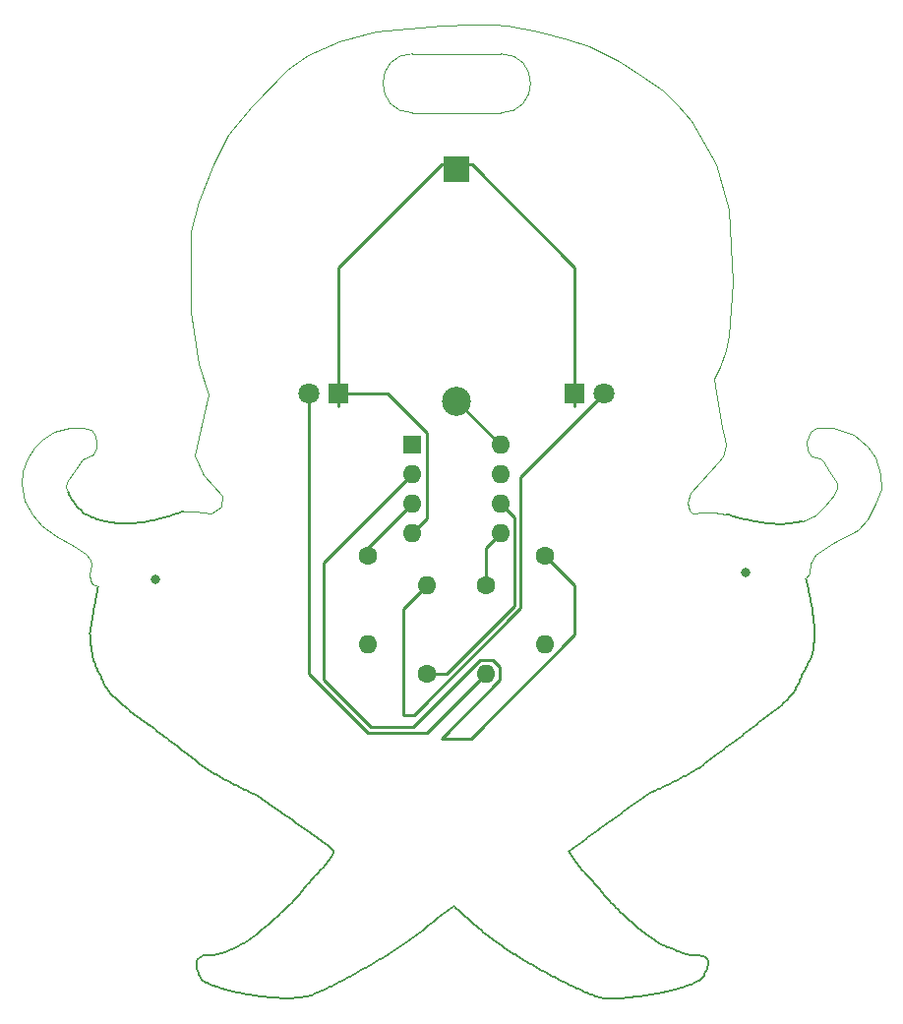
<source format=gbr>
G04 #@! TF.GenerationSoftware,KiCad,Pcbnew,(5.1.0-0)*
G04 #@! TF.CreationDate,2019-04-03T12:05:29-07:00*
G04 #@! TF.ProjectId,ZiaconBadge,5a696163-6f6e-4426-9164-67652e6b6963,rev?*
G04 #@! TF.SameCoordinates,Original*
G04 #@! TF.FileFunction,Copper,L2,Bot*
G04 #@! TF.FilePolarity,Positive*
%FSLAX46Y46*%
G04 Gerber Fmt 4.6, Leading zero omitted, Abs format (unit mm)*
G04 Created by KiCad (PCBNEW (5.1.0-0)) date 2019-04-03 12:05:29*
%MOMM*%
%LPD*%
G04 APERTURE LIST*
%ADD10C,0.050000*%
%ADD11C,0.100000*%
%ADD12C,0.200000*%
%ADD13R,1.600000X1.600000*%
%ADD14O,1.600000X1.600000*%
%ADD15C,1.800000*%
%ADD16R,1.800000X1.800000*%
%ADD17C,1.600000*%
%ADD18R,2.170000X2.170000*%
%ADD19C,2.500000*%
%ADD20C,0.800000*%
%ADD21C,0.254000*%
G04 APERTURE END LIST*
D10*
X107950000Y-27940000D02*
G75*
G02X107950000Y-33020000I0J-2540000D01*
G01*
X100330000Y-33020000D02*
G75*
G02X100330000Y-27940000I0J2540000D01*
G01*
D11*
X107950000Y-33020000D02*
X100330000Y-33020000D01*
X100330000Y-27940000D02*
X107950000Y-27940000D01*
D10*
X134543800Y-72694800D02*
X134189473Y-73081477D01*
X134569200Y-71805800D02*
X134543800Y-72694800D01*
X135051800Y-71043800D02*
X134569200Y-71805800D01*
X136575800Y-70053200D02*
X135051800Y-71043800D01*
X138633200Y-68961000D02*
X136575800Y-70053200D01*
X139471400Y-68021200D02*
X138633200Y-68961000D01*
X140208000Y-66700400D02*
X139471400Y-68021200D01*
X140690600Y-65354200D02*
X140208000Y-66700400D01*
X140639800Y-64135000D02*
X140690600Y-65354200D01*
X140157200Y-62712600D02*
X140639800Y-64135000D01*
X139496800Y-61772800D02*
X140157200Y-62712600D01*
X138277600Y-60756800D02*
X139496800Y-61772800D01*
X136575800Y-60147200D02*
X138277600Y-60756800D01*
X135128000Y-60172600D02*
X136575800Y-60147200D01*
X134569200Y-60452000D02*
X135128000Y-60172600D01*
X134289800Y-61366400D02*
X134569200Y-60452000D01*
X134340600Y-62128400D02*
X134289800Y-61366400D01*
X134696200Y-62560200D02*
X134340600Y-62128400D01*
X135407400Y-62738000D02*
X134696200Y-62560200D01*
X135686800Y-63042800D02*
X135407400Y-62738000D01*
X136220200Y-63906400D02*
X135686800Y-63042800D01*
X136855200Y-64922400D02*
X136220200Y-63906400D01*
X136880600Y-65328800D02*
X136855200Y-64922400D01*
X136652000Y-65862200D02*
X136880600Y-65328800D01*
X135890000Y-66852800D02*
X136652000Y-65862200D01*
X135026400Y-67716400D02*
X135890000Y-66852800D01*
X133872004Y-68179092D02*
X135026400Y-67716400D01*
X126263400Y-67386200D02*
X127304800Y-67564000D01*
X125247400Y-67437000D02*
X126263400Y-67386200D01*
X124434600Y-67513200D02*
X125247400Y-67437000D01*
X124155200Y-67233800D02*
X124434600Y-67513200D01*
X123977400Y-66598800D02*
X124155200Y-67233800D01*
X124231400Y-65735200D02*
X123977400Y-66598800D01*
X125095000Y-64820800D02*
X124231400Y-65735200D01*
X126644400Y-63144400D02*
X125095000Y-64820800D01*
X127050800Y-62611000D02*
X126644400Y-63144400D01*
X127228600Y-61061600D02*
X127279400Y-61671200D01*
X126949200Y-60121800D02*
X127228600Y-61061600D01*
X126314200Y-55905400D02*
X126365000Y-56515000D01*
X126796800Y-54864000D02*
X126314200Y-55905400D01*
X127279400Y-53467000D02*
X126796800Y-54864000D01*
X127584200Y-52146200D02*
X127279400Y-53467000D01*
X70535800Y-65201800D02*
X70612000Y-64795400D01*
X72771000Y-73609200D02*
X73253600Y-73787000D01*
X72593200Y-73304400D02*
X72771000Y-73609200D01*
X72542400Y-72745600D02*
X72593200Y-73304400D01*
X72720200Y-71907400D02*
X72542400Y-72745600D01*
X72618600Y-71475600D02*
X72720200Y-71907400D01*
X72212200Y-71018400D02*
X72618600Y-71475600D01*
X71170800Y-70307200D02*
X72212200Y-71018400D01*
X69621400Y-69469000D02*
X71170800Y-70307200D01*
X68376800Y-68529200D02*
X69621400Y-69469000D01*
X67614800Y-67564000D02*
X68376800Y-68529200D01*
X66954400Y-66395600D02*
X67614800Y-67564000D01*
X66700400Y-64998600D02*
X66954400Y-66395600D01*
X66776600Y-63906400D02*
X66700400Y-64998600D01*
X67183000Y-62763400D02*
X66776600Y-63906400D01*
X67792600Y-61823600D02*
X67183000Y-62763400D01*
X68478400Y-61188600D02*
X67792600Y-61823600D01*
X69469000Y-60502800D02*
X68478400Y-61188600D01*
X70866000Y-60121800D02*
X69469000Y-60502800D01*
X71932800Y-60121800D02*
X70866000Y-60121800D01*
X72720200Y-60350400D02*
X71932800Y-60121800D01*
X73075800Y-60858400D02*
X72720200Y-60350400D01*
X73152000Y-61442600D02*
X73075800Y-60858400D01*
X73152000Y-61823600D02*
X73152000Y-61442600D01*
X72847200Y-62433200D02*
X73152000Y-61823600D01*
X71932800Y-62890400D02*
X72847200Y-62433200D01*
X70612000Y-64795400D02*
X71932800Y-62890400D01*
X70637400Y-65633600D02*
X70535800Y-65201800D01*
X81686400Y-67335400D02*
X80645000Y-67310000D01*
X83032600Y-67538600D02*
X81686400Y-67335400D01*
X83845400Y-66954400D02*
X83032600Y-67538600D01*
X83997800Y-65989200D02*
X83845400Y-66954400D01*
X82321400Y-64236600D02*
X83997800Y-65989200D01*
X89916000Y-29083000D02*
X89585800Y-29362400D01*
X91363800Y-28092400D02*
X89916000Y-29083000D01*
X81559400Y-62534800D02*
X82321400Y-64236600D01*
X81915000Y-60960000D02*
X81559400Y-62534800D01*
X82804000Y-57226200D02*
X81915000Y-60960000D01*
X81915000Y-54610000D02*
X82804000Y-57226200D01*
X81280000Y-50165000D02*
X81915000Y-54610000D01*
X81280000Y-48260000D02*
X81280000Y-50165000D01*
X81280000Y-44450000D02*
X81280000Y-48260000D01*
X81280000Y-43180000D02*
X81280000Y-44450000D01*
X81915000Y-40640000D02*
X81280000Y-43180000D01*
X83185000Y-37465000D02*
X81915000Y-40640000D01*
X84455000Y-34925000D02*
X83185000Y-37465000D01*
X86461600Y-32461200D02*
X84455000Y-34925000D01*
X89585800Y-29362400D02*
X86461600Y-32461200D01*
X94005400Y-26873200D02*
X91363800Y-28092400D01*
X97155000Y-26035000D02*
X94005400Y-26873200D01*
X102844600Y-25552400D02*
X97155000Y-26035000D01*
X103479600Y-25501600D02*
X102844600Y-25552400D01*
X104775000Y-25400000D02*
X103479600Y-25501600D01*
X106045000Y-25400000D02*
X104775000Y-25400000D01*
X107315000Y-25400000D02*
X106045000Y-25400000D01*
X108534200Y-25552400D02*
X107315000Y-25400000D01*
X111125000Y-26035000D02*
X108534200Y-25552400D01*
X113665000Y-26670000D02*
X111125000Y-26035000D01*
X115570000Y-27305000D02*
X113665000Y-26670000D01*
X118110000Y-28575000D02*
X115570000Y-27305000D01*
X120015000Y-29845000D02*
X118110000Y-28575000D01*
X121920000Y-31115000D02*
X120015000Y-29845000D01*
X123190000Y-32385000D02*
X121920000Y-31115000D01*
X124307600Y-33731200D02*
X123190000Y-32385000D01*
X126441200Y-37414200D02*
X124307600Y-33731200D01*
X127533400Y-41325800D02*
X126441200Y-37414200D01*
X127939800Y-47599600D02*
X127533400Y-41325800D01*
X127584200Y-52146200D02*
X127939800Y-47599600D01*
X126949200Y-60121800D02*
X126365000Y-56515000D01*
X127050800Y-62611000D02*
X127279400Y-61671200D01*
D12*
X77698600Y-85725000D02*
X77811321Y-85813537D01*
X77811321Y-85813537D02*
X77927008Y-85904076D01*
X77927008Y-85904076D02*
X78043397Y-85994837D01*
X78043397Y-85994837D02*
X78162667Y-86087519D01*
X78162667Y-86087519D02*
X78282636Y-86180430D01*
X78282636Y-86180430D02*
X78401245Y-86271996D01*
X78401245Y-86271996D02*
X78522788Y-86365548D01*
X78522788Y-86365548D02*
X78639002Y-86454760D01*
X78639002Y-86454760D02*
X78758326Y-86546140D01*
X78758326Y-86546140D02*
X78884856Y-86642833D01*
X78884856Y-86642833D02*
X78998367Y-86729426D01*
X78998367Y-86729426D02*
X79127355Y-86827693D01*
X79127355Y-86827693D02*
X79263737Y-86931488D01*
X79263737Y-86931488D02*
X79407628Y-87040942D01*
X79407628Y-87040942D02*
X79527312Y-87131985D01*
X79527312Y-87131985D02*
X79654934Y-87229120D01*
X79654934Y-87229120D02*
X79782691Y-87326458D01*
X79782691Y-87326458D02*
X79910765Y-87424184D01*
X79910765Y-87424184D02*
X80039333Y-87522484D01*
X80039333Y-87522484D02*
X80164530Y-87618435D01*
X80164530Y-87618435D02*
X80278294Y-87705856D01*
X80278294Y-87705856D02*
X80396941Y-87797290D01*
X80396941Y-87797290D02*
X80516554Y-87889769D01*
X80516554Y-87889769D02*
X80633088Y-87980181D01*
X80633088Y-87980181D02*
X80750768Y-88071820D01*
X80750768Y-88071820D02*
X80869721Y-88164813D01*
X80869721Y-88164813D02*
X80983578Y-88254178D01*
X80983578Y-88254178D02*
X81096600Y-88343248D01*
X81096600Y-88343248D02*
X81208802Y-88432037D01*
X81208802Y-88432037D02*
X81324684Y-88524124D01*
X81324684Y-88524124D02*
X81439881Y-88616067D01*
X81439881Y-88616067D02*
X81552082Y-88706002D01*
X81552082Y-88706002D02*
X81663524Y-88795711D01*
X81663524Y-88795711D02*
X81776556Y-88887086D01*
X81776556Y-88887086D02*
X81891255Y-88980206D01*
X81891255Y-88980206D02*
X82007696Y-89075150D01*
X82007696Y-89075150D02*
X82042000Y-89103200D01*
X74472800Y-83159600D02*
X74585296Y-83254057D01*
X74585296Y-83254057D02*
X74694334Y-83347123D01*
X74694334Y-83347123D02*
X74803659Y-83442189D01*
X74803659Y-83442189D02*
X74911883Y-83538293D01*
X74911883Y-83538293D02*
X75017087Y-83633822D01*
X75017087Y-83633822D02*
X75121994Y-83731140D01*
X75121994Y-83731140D02*
X75227239Y-83830341D01*
X75227239Y-83830341D02*
X75330933Y-83928405D01*
X75330933Y-83928405D02*
X75436323Y-84026647D01*
X75436323Y-84026647D02*
X75544422Y-84124401D01*
X75544422Y-84124401D02*
X75652847Y-84218816D01*
X75652847Y-84218816D02*
X75762435Y-84310779D01*
X75762435Y-84310779D02*
X75873366Y-84400903D01*
X75873366Y-84400903D02*
X75985784Y-84489789D01*
X75985784Y-84489789D02*
X76099916Y-84578033D01*
X76099916Y-84578033D02*
X76218228Y-84667827D01*
X76218228Y-84667827D02*
X76336536Y-84756241D01*
X76336536Y-84756241D02*
X76452652Y-84841928D01*
X76452652Y-84841928D02*
X76568886Y-84926810D01*
X76568886Y-84926810D02*
X76691229Y-85015348D01*
X76691229Y-85015348D02*
X76810367Y-85100898D01*
X76810367Y-85100898D02*
X76931487Y-85187289D01*
X76931487Y-85187289D02*
X77049494Y-85270978D01*
X77049494Y-85270978D02*
X77167680Y-85354372D01*
X77167680Y-85354372D02*
X77288595Y-85439311D01*
X77288595Y-85439311D02*
X77408563Y-85523248D01*
X77408563Y-85523248D02*
X77530403Y-85608189D01*
X77530403Y-85608189D02*
X77650119Y-85691380D01*
X77650119Y-85691380D02*
X77698600Y-85725000D01*
X70637400Y-65633600D02*
X70710685Y-65762351D01*
X70710685Y-65762351D02*
X70786210Y-65893062D01*
X70786210Y-65893062D02*
X70862690Y-66022944D01*
X70862690Y-66022944D02*
X70945202Y-66159728D01*
X70945202Y-66159728D02*
X71023306Y-66285486D01*
X71023306Y-66285486D02*
X71102295Y-66408470D01*
X71102295Y-66408470D02*
X71183653Y-66530230D01*
X71183653Y-66530230D02*
X71267707Y-66650319D01*
X71267707Y-66650319D02*
X71356074Y-66769892D01*
X71356074Y-66769892D02*
X71444433Y-66882306D01*
X71444433Y-66882306D02*
X71536339Y-66991499D01*
X71536339Y-66991499D02*
X71632423Y-67097260D01*
X71632423Y-67097260D02*
X71732118Y-67198163D01*
X71732118Y-67198163D02*
X71836447Y-67294593D01*
X71836447Y-67294593D02*
X71947577Y-67387718D01*
X71947577Y-67387718D02*
X72062542Y-67474565D01*
X72062542Y-67474565D02*
X72182668Y-67556092D01*
X72182668Y-67556092D02*
X72307422Y-67631980D01*
X72307422Y-67631980D02*
X72438111Y-67703142D01*
X72438111Y-67703142D02*
X72573986Y-67769366D01*
X72573986Y-67769366D02*
X72713995Y-67830558D01*
X72713995Y-67830558D02*
X72859677Y-67887812D01*
X72859677Y-67887812D02*
X73009729Y-67941030D01*
X73009729Y-67941030D02*
X73161391Y-67989840D01*
X73161391Y-67989840D02*
X73318715Y-68036045D01*
X73318715Y-68036045D02*
X73478192Y-68079028D01*
X73478192Y-68079028D02*
X73639354Y-68119169D01*
X73639354Y-68119169D02*
X73804320Y-68157381D01*
X73804320Y-68157381D02*
X73903200Y-68179092D01*
X73903200Y-68179092D02*
X74070502Y-68213366D01*
X74070502Y-68213366D02*
X74242379Y-68244892D01*
X74242379Y-68244892D02*
X74415400Y-68272818D01*
X74415400Y-68272818D02*
X74594197Y-68297647D01*
X74594197Y-68297647D02*
X74773979Y-68318494D01*
X74773979Y-68318494D02*
X74960158Y-68335773D01*
X74960158Y-68335773D02*
X75153159Y-68349119D01*
X75153159Y-68349119D02*
X75344514Y-68357847D01*
X75344514Y-68357847D02*
X75543242Y-68362279D01*
X75543242Y-68362279D02*
X75747664Y-68362052D01*
X75747664Y-68362052D02*
X75948626Y-68357246D01*
X75948626Y-68357246D02*
X76142108Y-68348471D01*
X76142108Y-68348471D02*
X76330604Y-68336151D01*
X76330604Y-68336151D02*
X76515282Y-68320600D01*
X76515282Y-68320600D02*
X76697407Y-68302018D01*
X76697407Y-68302018D02*
X76876737Y-68280683D01*
X76876737Y-68280683D02*
X77053022Y-68256887D01*
X77053022Y-68256887D02*
X77227677Y-68230658D01*
X77227677Y-68230658D02*
X77403939Y-68201608D01*
X77403939Y-68201608D02*
X77574841Y-68171069D01*
X77574841Y-68171069D02*
X77745317Y-68138360D01*
X77745317Y-68138360D02*
X77915256Y-68103608D01*
X77915256Y-68103608D02*
X78082709Y-68067352D01*
X78082709Y-68067352D02*
X78247461Y-68029802D01*
X78247461Y-68029802D02*
X78411191Y-67990704D01*
X78411191Y-67990704D02*
X78573771Y-67950190D01*
X78573771Y-67950190D02*
X78735070Y-67908392D01*
X78735070Y-67908392D02*
X78892963Y-67865983D01*
X78892963Y-67865983D02*
X79051265Y-67822036D01*
X79051265Y-67822036D02*
X79207872Y-67777198D01*
X79207872Y-67777198D02*
X79362648Y-67731602D01*
X79362648Y-67731602D02*
X79521774Y-67683440D01*
X79521774Y-67683440D02*
X79674682Y-67635969D01*
X79674682Y-67635969D02*
X79831891Y-67585994D01*
X79831891Y-67585994D02*
X79989127Y-67534863D01*
X79989127Y-67534863D02*
X80139643Y-67484873D01*
X80139643Y-67484873D02*
X80289886Y-67433990D01*
X80289886Y-67433990D02*
X80446657Y-67379884D01*
X80446657Y-67379884D02*
X80603212Y-67324851D01*
X80603212Y-67324851D02*
X80645000Y-67310000D01*
X116535200Y-109194600D02*
X116717192Y-109217948D01*
X116717192Y-109217948D02*
X116908544Y-109234632D01*
X116908544Y-109234632D02*
X117098426Y-109245110D01*
X117098426Y-109245110D02*
X117294678Y-109250873D01*
X117294678Y-109250873D02*
X117493462Y-109252382D01*
X117493462Y-109252382D02*
X117693031Y-109250182D01*
X117693031Y-109250182D02*
X117890636Y-109244830D01*
X117890636Y-109244830D02*
X118084790Y-109236847D01*
X118084790Y-109236847D02*
X118279243Y-109226420D01*
X118279243Y-109226420D02*
X118468038Y-109214173D01*
X118468038Y-109214173D02*
X118655409Y-109200104D01*
X118655409Y-109200104D02*
X118840738Y-109184438D01*
X118840738Y-109184438D02*
X119028870Y-109166860D01*
X119028870Y-109166860D02*
X119214022Y-109147992D01*
X119214022Y-109147992D02*
X119431712Y-109123910D01*
X119431712Y-109123910D02*
X119623793Y-109101024D01*
X119623793Y-109101024D02*
X119823014Y-109075719D01*
X119823014Y-109075719D02*
X120003693Y-109051420D01*
X120003693Y-109051420D02*
X120182334Y-109026159D01*
X120182334Y-109026159D02*
X120358678Y-109000026D01*
X120358678Y-109000026D02*
X120538197Y-108972217D01*
X120538197Y-108972217D02*
X120717823Y-108943170D01*
X120717823Y-108943170D02*
X120894489Y-108913411D01*
X120894489Y-108913411D02*
X121070827Y-108882516D01*
X121070827Y-108882516D02*
X121240968Y-108851569D01*
X121240968Y-108851569D02*
X121410412Y-108819614D01*
X121410412Y-108819614D02*
X121578963Y-108786687D01*
X121578963Y-108786687D02*
X121746431Y-108752809D01*
X121746431Y-108752809D02*
X121929161Y-108714480D01*
X121929161Y-108714480D02*
X122108726Y-108675376D01*
X122108726Y-108675376D02*
X122283571Y-108635873D01*
X122283571Y-108635873D02*
X122454879Y-108595728D01*
X122454879Y-108595728D02*
X122629018Y-108553376D01*
X122629018Y-108553376D02*
X122790040Y-108512745D01*
X122790040Y-108512745D02*
X122949630Y-108470988D01*
X122949630Y-108470988D02*
X123107499Y-108428118D01*
X123107499Y-108428118D02*
X123264561Y-108383801D01*
X123264561Y-108383801D02*
X123419237Y-108338391D01*
X123419237Y-108338391D02*
X123573506Y-108291184D01*
X123573506Y-108291184D02*
X123727941Y-108241803D01*
X123727941Y-108241803D02*
X123881849Y-108190222D01*
X123881849Y-108190222D02*
X124034464Y-108136426D01*
X124034464Y-108136426D02*
X124180982Y-108081926D01*
X124180982Y-108081926D02*
X124324859Y-108025225D01*
X124324859Y-108025225D02*
X124468756Y-107964766D01*
X124468756Y-107964766D02*
X124607637Y-107902083D01*
X124607637Y-107902083D02*
X124743476Y-107835604D01*
X124743476Y-107835604D02*
X124877070Y-107763706D01*
X124877070Y-107763706D02*
X125002088Y-107688385D01*
X125002088Y-107688385D02*
X125121613Y-107605604D01*
X125121613Y-107605604D02*
X125234988Y-107510858D01*
X125234988Y-107510858D02*
X125331249Y-107404979D01*
X125331249Y-107404979D02*
X125403343Y-107275779D01*
X125403343Y-107275779D02*
X125409191Y-107258085D01*
X108178600Y-104825800D02*
X108294837Y-104910723D01*
X108294837Y-104910723D02*
X108414065Y-104994978D01*
X108414065Y-104994978D02*
X108533121Y-105076958D01*
X108533121Y-105076958D02*
X108656498Y-105160133D01*
X108656498Y-105160133D02*
X108777679Y-105240384D01*
X108777679Y-105240384D02*
X108900430Y-105320443D01*
X108900430Y-105320443D02*
X109026334Y-105401452D01*
X109026334Y-105401452D02*
X109150514Y-105480387D01*
X109150514Y-105480387D02*
X109275599Y-105559027D01*
X109275599Y-105559027D02*
X109399201Y-105635963D01*
X109399201Y-105635963D02*
X109524469Y-105713219D01*
X109524469Y-105713219D02*
X109649154Y-105789449D01*
X109649154Y-105789449D02*
X109774822Y-105865656D01*
X109774822Y-105865656D02*
X109903228Y-105942913D01*
X109903228Y-105942913D02*
X110034241Y-106021137D01*
X110034241Y-106021137D02*
X110167725Y-106100246D01*
X110167725Y-106100246D02*
X110297128Y-106176390D01*
X110297128Y-106176390D02*
X110424197Y-106250656D01*
X110424197Y-106250656D02*
X110555235Y-106326738D01*
X110555235Y-106326738D02*
X110685766Y-106402031D01*
X110685766Y-106402031D02*
X110813354Y-106475164D01*
X110813354Y-106475164D02*
X110949121Y-106552489D01*
X110949121Y-106552489D02*
X111077097Y-106624918D01*
X111077097Y-106624918D02*
X111206197Y-106697541D01*
X111206197Y-106697541D02*
X111336330Y-106770298D01*
X111336330Y-106770298D02*
X111467407Y-106843137D01*
X111467407Y-106843137D02*
X111599337Y-106915996D01*
X111599337Y-106915996D02*
X111732028Y-106988818D01*
X111732028Y-106988818D02*
X111865391Y-107061552D01*
X111865391Y-107061552D02*
X111999337Y-107134136D01*
X111999337Y-107134136D02*
X112133774Y-107206513D01*
X112133774Y-107206513D02*
X112266197Y-107277342D01*
X112266197Y-107277342D02*
X112413420Y-107355538D01*
X112413420Y-107355538D02*
X112548800Y-107426929D01*
X112548800Y-107426929D02*
X112684305Y-107497884D01*
X112684305Y-107497884D02*
X112819842Y-107568344D01*
X112819842Y-107568344D02*
X112955320Y-107638252D01*
X112955320Y-107638252D02*
X113090652Y-107707552D01*
X113090652Y-107707552D02*
X113235384Y-107781066D01*
X113235384Y-107781066D02*
X113370123Y-107848928D01*
X113370123Y-107848928D02*
X113504436Y-107916007D01*
X113504436Y-107916007D02*
X113638234Y-107982248D01*
X113638234Y-107982248D02*
X113778542Y-108051066D01*
X113778542Y-108051066D02*
X113913358Y-108116545D01*
X113913358Y-108116545D02*
X114054377Y-108184334D01*
X114054377Y-108184334D02*
X114192051Y-108249792D01*
X114192051Y-108249792D02*
X114330937Y-108315065D01*
X114330937Y-108315065D02*
X114470864Y-108380021D01*
X114470864Y-108380021D02*
X114616165Y-108446564D01*
X114616165Y-108446564D02*
X114766477Y-108514374D01*
X114766477Y-108514374D02*
X114908201Y-108577292D01*
X114908201Y-108577292D02*
X115058810Y-108642994D01*
X115058810Y-108642994D02*
X115204846Y-108705476D01*
X115204846Y-108705476D02*
X115346263Y-108764740D01*
X115346263Y-108764740D02*
X115489169Y-108823285D01*
X115489169Y-108823285D02*
X115633150Y-108880781D01*
X115633150Y-108880781D02*
X115779703Y-108937616D01*
X115779703Y-108937616D02*
X115926272Y-108992569D01*
X115926272Y-108992569D02*
X116075993Y-109046518D01*
X116075993Y-109046518D02*
X116227874Y-109098684D01*
X116227874Y-109098684D02*
X116380816Y-109148205D01*
X116380816Y-109148205D02*
X116535200Y-109194600D01*
X103936800Y-101320600D02*
X104043512Y-101422415D01*
X104043512Y-101422415D02*
X104146690Y-101520526D01*
X104146690Y-101520526D02*
X104254867Y-101622862D01*
X104254867Y-101622862D02*
X104360338Y-101722046D01*
X104360338Y-101722046D02*
X104466880Y-101821612D01*
X104466880Y-101821612D02*
X104574253Y-101921297D01*
X104574253Y-101921297D02*
X104679349Y-102018223D01*
X104679349Y-102018223D02*
X104786065Y-102115978D01*
X104786065Y-102115978D02*
X104895603Y-102215619D01*
X104895603Y-102215619D02*
X105001778Y-102311516D01*
X105001778Y-102311516D02*
X105109610Y-102408219D01*
X105109610Y-102408219D02*
X105216732Y-102503583D01*
X105216732Y-102503583D02*
X105326878Y-102600910D01*
X105326878Y-102600910D02*
X105433452Y-102694369D01*
X105433452Y-102694369D02*
X105542511Y-102789272D01*
X105542511Y-102789272D02*
X105653947Y-102885473D01*
X105653947Y-102885473D02*
X105765366Y-102980869D01*
X105765366Y-102980869D02*
X105874205Y-103073283D01*
X105874205Y-103073283D02*
X105987257Y-103168455D01*
X105987257Y-103168455D02*
X106097317Y-103260296D01*
X106097317Y-103260296D02*
X106208976Y-103352640D01*
X106208976Y-103352640D02*
X106322156Y-103445377D01*
X106322156Y-103445377D02*
X106436777Y-103538387D01*
X106436777Y-103538387D02*
X106547690Y-103627507D01*
X106547690Y-103627507D02*
X106664902Y-103720727D01*
X106664902Y-103720727D02*
X106778147Y-103809842D01*
X106778147Y-103809842D02*
X106897644Y-103902837D01*
X106897644Y-103902837D02*
X107011614Y-103990519D01*
X107011614Y-103990519D02*
X107129108Y-104079853D01*
X107129108Y-104079853D02*
X107246108Y-104167721D01*
X107246108Y-104167721D02*
X107363861Y-104255033D01*
X107363861Y-104255033D02*
X107487698Y-104345607D01*
X107487698Y-104345607D02*
X107610845Y-104434375D01*
X107610845Y-104434375D02*
X107731842Y-104520297D01*
X107731842Y-104520297D02*
X107852635Y-104604757D01*
X107852635Y-104604757D02*
X107973832Y-104688135D01*
X107973832Y-104688135D02*
X108093301Y-104768954D01*
X108093301Y-104768954D02*
X108178600Y-104825800D01*
X134129194Y-80891188D02*
X134056752Y-81019539D01*
X134056752Y-81019539D02*
X133985365Y-81150572D01*
X133985365Y-81150572D02*
X133916530Y-81282656D01*
X133916530Y-81282656D02*
X133850148Y-81417493D01*
X133850148Y-81417493D02*
X133787250Y-81555127D01*
X133787250Y-81555127D02*
X133728463Y-81696574D01*
X133728463Y-81696574D02*
X133673358Y-81843846D01*
X133673358Y-81843846D02*
X133620566Y-81992973D01*
X133620566Y-81992973D02*
X133565207Y-82138125D01*
X133565207Y-82138125D02*
X133503520Y-82276459D01*
X133503520Y-82276459D02*
X133434976Y-82409671D01*
X133434976Y-82409671D02*
X133361392Y-82538561D01*
X133361392Y-82538561D02*
X133285083Y-82662917D01*
X133285083Y-82662917D02*
X133206447Y-82784684D01*
X133206447Y-82784684D02*
X133124689Y-82906570D01*
X133124689Y-82906570D02*
X133042315Y-83025874D01*
X133042315Y-83025874D02*
X133019800Y-83058000D01*
X134916839Y-77764259D02*
X134912989Y-77961058D01*
X134912989Y-77961058D02*
X134908308Y-78157500D01*
X134908308Y-78157500D02*
X134902359Y-78351722D01*
X134902359Y-78351722D02*
X134894478Y-78544026D01*
X134894478Y-78544026D02*
X134883779Y-78734090D01*
X134883779Y-78734090D02*
X134869133Y-78920984D01*
X134869133Y-78920984D02*
X134849164Y-79103738D01*
X134849164Y-79103738D02*
X134822304Y-79281840D01*
X134822304Y-79281840D02*
X134787581Y-79452798D01*
X134787581Y-79452798D02*
X134745630Y-79612360D01*
X134745630Y-79612360D02*
X134695213Y-79767291D01*
X134695213Y-79767291D02*
X134639320Y-79912530D01*
X134639320Y-79912530D02*
X134577597Y-80053976D01*
X134577597Y-80053976D02*
X134512014Y-80191064D01*
X134512014Y-80191064D02*
X134443829Y-80324622D01*
X134443829Y-80324622D02*
X134372804Y-80457593D01*
X134372804Y-80457593D02*
X134301627Y-80586827D01*
X134301627Y-80586827D02*
X134228923Y-80716209D01*
X134228923Y-80716209D02*
X134155501Y-80845215D01*
X134155501Y-80845215D02*
X134129194Y-80891188D01*
X72567800Y-77851000D02*
X72583071Y-78042132D01*
X72583071Y-78042132D02*
X72598055Y-78246163D01*
X72598055Y-78246163D02*
X72612260Y-78437185D01*
X72612260Y-78437185D02*
X72627454Y-78624060D01*
X72627454Y-78624060D02*
X72644709Y-78809232D01*
X72644709Y-78809232D02*
X72664714Y-78992408D01*
X72664714Y-78992408D02*
X72687780Y-79171768D01*
X72687780Y-79171768D02*
X72714664Y-79350032D01*
X72714664Y-79350032D02*
X72744831Y-79522247D01*
X72744831Y-79522247D02*
X72778785Y-79691169D01*
X72778785Y-79691169D02*
X72817296Y-79859776D01*
X72817296Y-79859776D02*
X72858769Y-80021296D01*
X72858769Y-80021296D02*
X72903682Y-80178658D01*
X72903682Y-80178658D02*
X72951753Y-80331589D01*
X72951753Y-80331589D02*
X73003878Y-80483290D01*
X73003878Y-80483290D02*
X73058650Y-80630116D01*
X73058650Y-80630116D02*
X73117113Y-80775371D01*
X73117113Y-80775371D02*
X73177533Y-80915324D01*
X73177533Y-80915324D02*
X73228200Y-81026000D01*
X73228200Y-81026000D02*
X73308008Y-81147255D01*
X73308008Y-81147255D02*
X73380093Y-81277140D01*
X73380093Y-81277140D02*
X73444546Y-81413047D01*
X73444546Y-81413047D02*
X73505489Y-81556027D01*
X73505489Y-81556027D02*
X73564688Y-81699302D01*
X73564688Y-81699302D02*
X73625190Y-81840631D01*
X73625190Y-81840631D02*
X73688321Y-81977849D01*
X73688321Y-81977849D02*
X73755860Y-82112774D01*
X73755860Y-82112774D02*
X73827280Y-82244057D01*
X73827280Y-82244057D02*
X73901541Y-82370572D01*
X73901541Y-82370572D02*
X73978831Y-82493700D01*
X73978831Y-82493700D02*
X74058965Y-82614037D01*
X74058965Y-82614037D02*
X74142606Y-82733248D01*
X74142606Y-82733248D02*
X74229327Y-82851236D01*
X74229327Y-82851236D02*
X74317529Y-82966404D01*
X74317529Y-82966404D02*
X74408011Y-83080309D01*
X74408011Y-83080309D02*
X74472800Y-83159600D01*
X73253600Y-73787000D02*
X73224769Y-73960681D01*
X73224769Y-73960681D02*
X73194881Y-74133795D01*
X73194881Y-74133795D02*
X73164328Y-74306781D01*
X73164328Y-74306781D02*
X73132892Y-74482449D01*
X73132892Y-74482449D02*
X73098058Y-74675759D01*
X73098058Y-74675759D02*
X73062440Y-74873003D01*
X73062440Y-74873003D02*
X73031870Y-75042550D01*
X73031870Y-75042550D02*
X72998847Y-75226447D01*
X72998847Y-75226447D02*
X72967675Y-75401091D01*
X72967675Y-75401091D02*
X72936477Y-75577192D01*
X72936477Y-75577192D02*
X72906142Y-75749938D01*
X72906142Y-75749938D02*
X72875316Y-75927263D01*
X72875316Y-75927263D02*
X72844845Y-76104524D01*
X72844845Y-76104524D02*
X72815608Y-76276703D01*
X72815608Y-76276703D02*
X72786147Y-76452438D01*
X72786147Y-76452438D02*
X72755754Y-76636376D01*
X72755754Y-76636376D02*
X72727614Y-76809272D01*
X72727614Y-76809272D02*
X72698666Y-76989973D01*
X72698666Y-76989973D02*
X72670536Y-77168608D01*
X72670536Y-77168608D02*
X72642493Y-77349920D01*
X72642493Y-77349920D02*
X72615944Y-77524811D01*
X72615944Y-77524811D02*
X72589475Y-77702596D01*
X72589475Y-77702596D02*
X72567800Y-77851000D01*
X87096600Y-91871800D02*
X87219921Y-91961484D01*
X87219921Y-91961484D02*
X87339074Y-92047746D01*
X87339074Y-92047746D02*
X87458012Y-92133483D01*
X87458012Y-92133483D02*
X87576714Y-92218696D01*
X87576714Y-92218696D02*
X87695149Y-92303383D01*
X87695149Y-92303383D02*
X87813298Y-92387546D01*
X87813298Y-92387546D02*
X87931131Y-92471181D01*
X87931131Y-92471181D02*
X88048626Y-92554290D01*
X88048626Y-92554290D02*
X88173552Y-92642360D01*
X88173552Y-92642360D02*
X88298034Y-92729828D01*
X88298034Y-92729828D02*
X88425911Y-92819401D01*
X88425911Y-92819401D02*
X88549400Y-92905648D01*
X88549400Y-92905648D02*
X88672352Y-92991294D01*
X88672352Y-92991294D02*
X88794737Y-93076336D01*
X88794737Y-93076336D02*
X88916528Y-93160776D01*
X88916528Y-93160776D02*
X89037693Y-93244613D01*
X89037693Y-93244613D02*
X89161954Y-93330434D01*
X89161954Y-93330434D02*
X89292949Y-93420755D01*
X89292949Y-93420755D02*
X89411961Y-93502701D01*
X89411961Y-93502701D02*
X89552312Y-93599226D01*
X89552312Y-93599226D02*
X89676947Y-93684860D01*
X89676947Y-93684860D02*
X89804282Y-93772301D01*
X89804282Y-93772301D02*
X89944979Y-93868882D01*
X89944979Y-93868882D02*
X90102106Y-93976749D01*
X90102106Y-93976749D02*
X90222327Y-94059312D01*
X90222327Y-94059312D02*
X90348434Y-94145985D01*
X90348434Y-94145985D02*
X90473283Y-94231884D01*
X90473283Y-94231884D02*
X90596825Y-94317009D01*
X90596825Y-94317009D02*
X90719021Y-94401358D01*
X90719021Y-94401358D02*
X90839827Y-94484931D01*
X90839827Y-94484931D02*
X90959198Y-94567731D01*
X90959198Y-94567731D02*
X91086846Y-94656549D01*
X91086846Y-94656549D02*
X91206301Y-94739970D01*
X91206301Y-94739970D02*
X91333577Y-94829229D01*
X91333577Y-94829229D02*
X91458858Y-94917524D01*
X91458858Y-94917524D02*
X91579030Y-95002685D01*
X91579030Y-95002685D02*
X91700200Y-95089077D01*
X91700200Y-95089077D02*
X91819199Y-95174501D01*
X91819199Y-95174501D02*
X91935969Y-95258958D01*
X91935969Y-95258958D02*
X92056114Y-95346596D01*
X92056114Y-95346596D02*
X92173670Y-95433165D01*
X92173670Y-95433165D02*
X92288566Y-95518663D01*
X92288566Y-95518663D02*
X92404690Y-95606085D01*
X92404690Y-95606085D02*
X92520377Y-95694326D01*
X92520377Y-95694326D02*
X92635330Y-95783300D01*
X92635330Y-95783300D02*
X92749238Y-95872927D01*
X92749238Y-95872927D02*
X92864100Y-95965000D01*
X92864100Y-95965000D02*
X92977068Y-96057489D01*
X92977068Y-96057489D02*
X93087767Y-96150301D01*
X93087767Y-96150301D02*
X93195798Y-96243339D01*
X93195798Y-96243339D02*
X93302697Y-96338264D01*
X93302697Y-96338264D02*
X93409538Y-96436600D01*
X93409538Y-96436600D02*
X93511721Y-96534656D01*
X93511721Y-96534656D02*
X93548200Y-96570800D01*
X82042000Y-89103200D02*
X82166331Y-89189296D01*
X82166331Y-89189296D02*
X82288991Y-89272869D01*
X82288991Y-89272869D02*
X82412106Y-89355398D01*
X82412106Y-89355398D02*
X82532831Y-89435024D01*
X82532831Y-89435024D02*
X82659319Y-89517097D01*
X82659319Y-89517097D02*
X82781685Y-89595207D01*
X82781685Y-89595207D02*
X82908149Y-89674635D01*
X82908149Y-89674635D02*
X83036361Y-89753864D01*
X83036361Y-89753864D02*
X83161787Y-89830148D01*
X83161787Y-89830148D02*
X83287080Y-89905195D01*
X83287080Y-89905195D02*
X83423592Y-89985706D01*
X83423592Y-89985706D02*
X83551183Y-90059832D01*
X83551183Y-90059832D02*
X83685008Y-90136473D01*
X83685008Y-90136473D02*
X83814183Y-90209436D01*
X83814183Y-90209436D02*
X83943094Y-90281316D01*
X83943094Y-90281316D02*
X84074073Y-90353450D01*
X84074073Y-90353450D02*
X84204886Y-90424647D01*
X84204886Y-90424647D02*
X84337925Y-90496244D01*
X84337925Y-90496244D02*
X84468431Y-90565741D01*
X84468431Y-90565741D02*
X84601219Y-90635755D01*
X84601219Y-90635755D02*
X84736395Y-90706355D01*
X84736395Y-90706355D02*
X84868914Y-90774960D01*
X84868914Y-90774960D02*
X85006451Y-90845576D01*
X85006451Y-90845576D02*
X85141247Y-90914247D01*
X85141247Y-90914247D02*
X85283961Y-90986422D01*
X85283961Y-90986422D02*
X85426690Y-91058104D01*
X85426690Y-91058104D02*
X85560895Y-91125091D01*
X85560895Y-91125091D02*
X85697536Y-91192910D01*
X85697536Y-91192910D02*
X85836682Y-91261612D01*
X85836682Y-91261612D02*
X85978408Y-91331247D01*
X85978408Y-91331247D02*
X86122786Y-91401864D01*
X86122786Y-91401864D02*
X86260615Y-91469006D01*
X86260615Y-91469006D02*
X86407188Y-91540137D01*
X86407188Y-91540137D02*
X86546894Y-91607709D01*
X86546894Y-91607709D02*
X86682544Y-91673124D01*
X86682544Y-91673124D02*
X86820489Y-91739468D01*
X86820489Y-91739468D02*
X86967511Y-91810002D01*
X86967511Y-91810002D02*
X87096600Y-91871800D01*
X124917200Y-105537000D02*
X124729441Y-105550453D01*
X124729441Y-105550453D02*
X124530281Y-105552482D01*
X124530281Y-105552482D02*
X124340848Y-105540179D01*
X124340848Y-105540179D02*
X124165238Y-105515066D01*
X124165238Y-105515066D02*
X124000436Y-105479599D01*
X124000436Y-105479599D02*
X123841123Y-105435475D01*
X123841123Y-105435475D02*
X123687284Y-105385257D01*
X123687284Y-105385257D02*
X123540452Y-105331905D01*
X123540452Y-105331905D02*
X123396499Y-105275783D01*
X123396499Y-105275783D02*
X123253439Y-105217348D01*
X123253439Y-105217348D02*
X123109149Y-105156592D01*
X123109149Y-105156592D02*
X122959731Y-105092456D01*
X122959731Y-105092456D02*
X122817265Y-105030650D01*
X122817265Y-105030650D02*
X122659676Y-104961969D01*
X122659676Y-104961969D02*
X122580400Y-104927400D01*
X125409191Y-107258085D02*
X125484553Y-107131784D01*
X125484553Y-107131784D02*
X125556197Y-106999669D01*
X125556197Y-106999669D02*
X125622952Y-106860967D01*
X125622952Y-106860967D02*
X125681565Y-106718569D01*
X125681565Y-106718569D02*
X125731323Y-106567309D01*
X125731323Y-106567309D02*
X125768045Y-106403204D01*
X125768045Y-106403204D02*
X125782168Y-106217139D01*
X125782168Y-106217139D02*
X125758405Y-106040783D01*
X125758405Y-106040783D02*
X125699677Y-105898448D01*
X125699677Y-105898448D02*
X125611717Y-105784634D01*
X125611717Y-105784634D02*
X125496677Y-105694176D01*
X125496677Y-105694176D02*
X125362152Y-105627220D01*
X125362152Y-105627220D02*
X125208893Y-105579423D01*
X125208893Y-105579423D02*
X125037315Y-105548548D01*
X125037315Y-105548548D02*
X124917200Y-105537000D01*
X117001956Y-100557569D02*
X116910278Y-100441373D01*
X116910278Y-100441373D02*
X116817638Y-100325011D01*
X116817638Y-100325011D02*
X116726818Y-100211969D01*
X116726818Y-100211969D02*
X116632611Y-100095808D01*
X116632611Y-100095808D02*
X116540387Y-99983177D01*
X116540387Y-99983177D02*
X116445163Y-99868012D01*
X116445163Y-99868012D02*
X116352087Y-99756560D01*
X116352087Y-99756560D02*
X116259945Y-99647303D01*
X116259945Y-99647303D02*
X116167627Y-99538916D01*
X116167627Y-99538916D02*
X116073023Y-99428946D01*
X116073023Y-99428946D02*
X115978624Y-99320315D01*
X115978624Y-99320315D02*
X115883500Y-99211936D01*
X115883500Y-99211936D02*
X115786833Y-99102879D01*
X115786833Y-99102879D02*
X115691943Y-98996843D01*
X115691943Y-98996843D02*
X115594963Y-98889452D01*
X115594963Y-98889452D02*
X115493469Y-98778032D01*
X115493469Y-98778032D02*
X115396334Y-98672217D01*
X115396334Y-98672217D02*
X115296355Y-98563994D01*
X115296355Y-98563994D02*
X115200026Y-98460207D01*
X115200026Y-98460207D02*
X115078146Y-98329226D01*
X115078146Y-98329226D02*
X114980636Y-98224346D01*
X114980636Y-98224346D02*
X114882732Y-98118540D01*
X114882732Y-98118540D02*
X114784877Y-98011782D01*
X114784877Y-98011782D02*
X114688835Y-97905399D01*
X114688835Y-97905399D02*
X114594797Y-97798936D01*
X114594797Y-97798936D02*
X114500520Y-97688954D01*
X114500520Y-97688954D02*
X114408817Y-97577684D01*
X114408817Y-97577684D02*
X114319791Y-97464209D01*
X114319791Y-97464209D02*
X114231462Y-97344594D01*
X114231462Y-97344594D02*
X114148063Y-97223266D01*
X114148063Y-97223266D02*
X114069244Y-97098981D01*
X114069244Y-97098981D02*
X113995736Y-96972434D01*
X113995736Y-96972434D02*
X113925992Y-96840603D01*
X113925992Y-96840603D02*
X113860268Y-96703580D01*
X113860268Y-96703580D02*
X113798711Y-96561753D01*
X113798711Y-96561753D02*
X113792000Y-96545400D01*
X122580400Y-104927400D02*
X122419630Y-104887668D01*
X122419630Y-104887668D02*
X122269228Y-104837117D01*
X122269228Y-104837117D02*
X122125393Y-104779301D01*
X122125393Y-104779301D02*
X121986888Y-104716429D01*
X121986888Y-104716429D02*
X121851273Y-104649059D01*
X121851273Y-104649059D02*
X121719857Y-104579004D01*
X121719857Y-104579004D02*
X121591378Y-104506491D01*
X121591378Y-104506491D02*
X121464175Y-104431176D01*
X121464175Y-104431176D02*
X121336257Y-104352228D01*
X121336257Y-104352228D02*
X121213147Y-104273455D01*
X121213147Y-104273455D02*
X121090173Y-104192243D01*
X121090173Y-104192243D02*
X120970299Y-104110808D01*
X120970299Y-104110808D02*
X120848443Y-104025874D01*
X120848443Y-104025874D02*
X120730247Y-103941531D01*
X120730247Y-103941531D02*
X120609033Y-103853139D01*
X120609033Y-103853139D02*
X120490518Y-103764946D01*
X120490518Y-103764946D02*
X120376371Y-103678422D01*
X120376371Y-103678422D02*
X120261060Y-103589502D01*
X120261060Y-103589502D02*
X120144660Y-103498256D01*
X120144660Y-103498256D02*
X120033137Y-103409478D01*
X120033137Y-103409478D02*
X119920763Y-103318720D01*
X119920763Y-103318720D02*
X119807599Y-103226044D01*
X119807599Y-103226044D02*
X119693713Y-103131508D01*
X119693713Y-103131508D02*
X119579166Y-103035168D01*
X119579166Y-103035168D02*
X119470102Y-102942293D01*
X119470102Y-102942293D02*
X119360557Y-102847904D01*
X119360557Y-102847904D02*
X119250588Y-102752053D01*
X119250588Y-102752053D02*
X119140249Y-102654789D01*
X119140249Y-102654789D02*
X119034210Y-102560299D01*
X119034210Y-102560299D02*
X118924850Y-102461810D01*
X118924850Y-102461810D02*
X118818372Y-102364918D01*
X118818372Y-102364918D02*
X118708661Y-102264054D01*
X118708661Y-102264054D02*
X118603491Y-102166387D01*
X118603491Y-102166387D02*
X118498274Y-102067721D01*
X118498274Y-102067721D02*
X118386872Y-101962212D01*
X118386872Y-101962212D02*
X118281708Y-101861625D01*
X118281708Y-101861625D02*
X118176641Y-101760174D01*
X118176641Y-101760174D02*
X118071715Y-101657894D01*
X118071715Y-101657894D02*
X117966978Y-101554832D01*
X117966978Y-101554832D02*
X117857867Y-101446432D01*
X117857867Y-101446432D02*
X117746009Y-101334191D01*
X117746009Y-101334191D02*
X117642151Y-101228958D01*
X117642151Y-101228958D02*
X117532597Y-101116875D01*
X117532597Y-101116875D02*
X117429570Y-101010438D01*
X117429570Y-101010438D02*
X117322498Y-100898749D01*
X117322498Y-100898749D02*
X117224973Y-100796040D01*
X117224973Y-100796040D02*
X117123502Y-100688167D01*
X117123502Y-100688167D02*
X117026336Y-100583888D01*
X117026336Y-100583888D02*
X117001956Y-100557569D01*
X103936800Y-101320600D02*
X103804094Y-101388556D01*
X103804094Y-101388556D02*
X103676386Y-101462735D01*
X103676386Y-101462735D02*
X103551389Y-101541844D01*
X103551389Y-101541844D02*
X103431276Y-101622674D01*
X103431276Y-101622674D02*
X103310932Y-101707459D01*
X103310932Y-101707459D02*
X103194297Y-101792562D01*
X103194297Y-101792562D02*
X103078773Y-101879155D01*
X103078773Y-101879155D02*
X102960387Y-101969812D01*
X102960387Y-101969812D02*
X102843844Y-102060569D01*
X102843844Y-102060569D02*
X102729625Y-102150667D01*
X102729625Y-102150667D02*
X102616241Y-102240976D01*
X102616241Y-102240976D02*
X102498004Y-102335843D01*
X102498004Y-102335843D02*
X102384987Y-102426992D01*
X102384987Y-102426992D02*
X102265227Y-102523897D01*
X102265227Y-102523897D02*
X102121318Y-102640547D01*
X102121318Y-102640547D02*
X102008708Y-102731827D01*
X102008708Y-102731827D02*
X101889438Y-102828382D01*
X101889438Y-102828382D02*
X101772343Y-102922951D01*
X101772343Y-102922951D02*
X101653046Y-103018969D01*
X101653046Y-103018969D02*
X101538618Y-103110673D01*
X101538618Y-103110673D02*
X101424635Y-103201571D01*
X101424635Y-103201571D02*
X101308784Y-103293437D01*
X101308784Y-103293437D02*
X101193536Y-103384240D01*
X101193536Y-103384240D02*
X101073990Y-103477764D01*
X101073990Y-103477764D02*
X100960223Y-103566088D01*
X100960223Y-103566088D02*
X100842236Y-103656944D01*
X100842236Y-103656944D02*
X100727782Y-103744321D01*
X100727782Y-103744321D02*
X100611765Y-103832089D01*
X100611765Y-103832089D02*
X100494189Y-103920183D01*
X100494189Y-103920183D02*
X100375055Y-104008536D01*
X100375055Y-104008536D02*
X100254364Y-104097083D01*
X100254364Y-104097083D02*
X100137706Y-104181722D01*
X100137706Y-104181722D02*
X100019635Y-104266417D01*
X100019635Y-104266417D02*
X99895857Y-104354137D01*
X99895857Y-104354137D02*
X99773458Y-104439776D01*
X99773458Y-104439776D02*
X99651082Y-104524289D01*
X99651082Y-104524289D02*
X99618800Y-104546400D01*
X130022600Y-85598000D02*
X129902374Y-85692966D01*
X129902374Y-85692966D02*
X129785252Y-85784975D01*
X129785252Y-85784975D02*
X129662729Y-85880715D01*
X129662729Y-85880715D02*
X129546249Y-85971258D01*
X129546249Y-85971258D02*
X129432991Y-86058879D01*
X129432991Y-86058879D02*
X129314523Y-86150106D01*
X129314523Y-86150106D02*
X129196575Y-86240515D01*
X129196575Y-86240515D02*
X129076414Y-86332217D01*
X129076414Y-86332217D02*
X128954145Y-86425126D01*
X128954145Y-86425126D02*
X128832631Y-86517080D01*
X128832631Y-86517080D02*
X128711937Y-86608058D01*
X128711937Y-86608058D02*
X128594841Y-86696005D01*
X128594841Y-86696005D02*
X128473263Y-86786999D01*
X128473263Y-86786999D02*
X128355410Y-86874917D01*
X128355410Y-86874917D02*
X128238632Y-86961778D01*
X128238632Y-86961778D02*
X128122987Y-87047553D01*
X128122987Y-87047553D02*
X127998204Y-87139868D01*
X127998204Y-87139868D02*
X127874932Y-87230842D01*
X127874932Y-87230842D02*
X127753254Y-87320448D01*
X127753254Y-87320448D02*
X127633250Y-87408657D01*
X127633250Y-87408657D02*
X127515007Y-87495444D01*
X127515007Y-87495444D02*
X127384185Y-87591345D01*
X127384185Y-87591345D02*
X127260517Y-87681926D01*
X127260517Y-87681926D02*
X127111585Y-87790963D01*
X127111585Y-87790963D02*
X126975409Y-87890684D01*
X126975409Y-87890684D02*
X126851453Y-87981530D01*
X126851453Y-87981530D02*
X126730672Y-88070180D01*
X126730672Y-88070180D02*
X126611129Y-88158108D01*
X126611129Y-88158108D02*
X126493146Y-88245151D01*
X126493146Y-88245151D02*
X126377063Y-88331129D01*
X126377063Y-88331129D02*
X126255806Y-88421410D01*
X126255806Y-88421410D02*
X126141366Y-88507183D01*
X126141366Y-88507183D02*
X126026922Y-88593680D01*
X126026922Y-88593680D02*
X125911865Y-88681582D01*
X125911865Y-88681582D02*
X125797589Y-88770120D01*
X125797589Y-88770120D02*
X125685646Y-88858453D01*
X125685646Y-88858453D02*
X125572762Y-88949768D01*
X125572762Y-88949768D02*
X125462565Y-89042111D01*
X125462565Y-89042111D02*
X125450600Y-89052400D01*
X133019800Y-83058000D02*
X132915328Y-83167594D01*
X132915328Y-83167594D02*
X132815573Y-83271648D01*
X132815573Y-83271648D02*
X132716987Y-83373776D01*
X132716987Y-83373776D02*
X132615345Y-83478135D01*
X132615345Y-83478135D02*
X132515365Y-83579620D01*
X132515365Y-83579620D02*
X132415040Y-83679956D01*
X132415040Y-83679956D02*
X132310608Y-83782333D01*
X132310608Y-83782333D02*
X132206510Y-83881660D01*
X132206510Y-83881660D02*
X132101351Y-83978436D01*
X132101351Y-83978436D02*
X131993342Y-84073265D01*
X131993342Y-84073265D02*
X131882914Y-84164829D01*
X131882914Y-84164829D02*
X131769569Y-84253438D01*
X131769569Y-84253438D02*
X131651824Y-84341245D01*
X131651824Y-84341245D02*
X131529509Y-84430167D01*
X131529509Y-84430167D02*
X131411467Y-84515583D01*
X131411467Y-84515583D02*
X131293191Y-84601823D01*
X131293191Y-84601823D02*
X131175100Y-84689052D01*
X131175100Y-84689052D02*
X131059689Y-84775523D01*
X131059689Y-84775523D02*
X130943060Y-84864147D01*
X130943060Y-84864147D02*
X130826928Y-84953560D01*
X130826928Y-84953560D02*
X130713259Y-85042124D01*
X130713259Y-85042124D02*
X130600821Y-85130666D01*
X130600821Y-85130666D02*
X130482869Y-85224464D01*
X130482869Y-85224464D02*
X130368240Y-85316440D01*
X130368240Y-85316440D02*
X130255920Y-85407275D01*
X130255920Y-85407275D02*
X130140154Y-85501583D01*
X130140154Y-85501583D02*
X130025537Y-85595582D01*
X130025537Y-85595582D02*
X130022600Y-85598000D01*
X133872004Y-68179092D02*
X133706363Y-68213832D01*
X133706363Y-68213832D02*
X133529852Y-68248566D01*
X133529852Y-68248566D02*
X133358624Y-68279653D01*
X133358624Y-68279653D02*
X133177758Y-68309348D01*
X133177758Y-68309348D02*
X133002062Y-68334805D01*
X133002062Y-68334805D02*
X132823132Y-68357050D01*
X132823132Y-68357050D02*
X132641482Y-68375651D01*
X132641482Y-68375651D02*
X132453288Y-68390555D01*
X132453288Y-68390555D02*
X132263393Y-68401042D01*
X132263393Y-68401042D02*
X132067303Y-68407088D01*
X132067303Y-68407088D02*
X131864842Y-68408326D01*
X131864842Y-68408326D02*
X131667603Y-68404799D01*
X131667603Y-68404799D02*
X131473046Y-68396934D01*
X131473046Y-68396934D02*
X131284283Y-68385344D01*
X131284283Y-68385344D02*
X131098846Y-68370361D01*
X131098846Y-68370361D02*
X130915566Y-68352257D01*
X130915566Y-68352257D02*
X130734763Y-68331377D01*
X130734763Y-68331377D02*
X130556806Y-68308079D01*
X130556806Y-68308079D02*
X130380428Y-68282472D01*
X130380428Y-68282472D02*
X130207676Y-68255110D01*
X130207676Y-68255110D02*
X130031913Y-68225113D01*
X130031913Y-68225113D02*
X129860402Y-68193868D01*
X129860402Y-68193868D02*
X129688052Y-68160641D01*
X129688052Y-68160641D02*
X129520766Y-68126740D01*
X129520766Y-68126740D02*
X129351225Y-68090830D01*
X129351225Y-68090830D02*
X129181467Y-68053406D01*
X129181467Y-68053406D02*
X129017861Y-68016033D01*
X129017861Y-68016033D02*
X128852552Y-67977047D01*
X128852552Y-67977047D02*
X128689914Y-67937561D01*
X128689914Y-67937561D02*
X128528073Y-67897225D01*
X128528073Y-67897225D02*
X128360446Y-67854404D01*
X128360446Y-67854404D02*
X128196044Y-67811440D01*
X128196044Y-67811440D02*
X128037572Y-67769170D01*
X128037572Y-67769170D02*
X127875925Y-67725234D01*
X127875925Y-67725234D02*
X127718381Y-67681657D01*
X127718381Y-67681657D02*
X127555329Y-67635816D01*
X127555329Y-67635816D02*
X127399276Y-67591272D01*
X127399276Y-67591272D02*
X127304800Y-67564000D01*
X90551000Y-100355400D02*
X90640096Y-100240216D01*
X90640096Y-100240216D02*
X90731466Y-100123449D01*
X90731466Y-100123449D02*
X90821209Y-100010092D01*
X90821209Y-100010092D02*
X90910550Y-99898556D01*
X90910550Y-99898556D02*
X91000617Y-99787428D01*
X91000617Y-99787428D02*
X91092453Y-99675477D01*
X91092453Y-99675477D02*
X91183575Y-99565742D01*
X91183575Y-99565742D02*
X91275035Y-99456926D01*
X91275035Y-99456926D02*
X91371080Y-99344083D01*
X91371080Y-99344083D02*
X91465930Y-99234043D01*
X91465930Y-99234043D02*
X91559529Y-99126781D01*
X91559529Y-99126781D02*
X91656880Y-99016580D01*
X91656880Y-99016580D02*
X91752593Y-98909518D01*
X91752593Y-98909518D02*
X91851385Y-98800278D01*
X91851385Y-98800278D02*
X91949065Y-98693433D01*
X91949065Y-98693433D02*
X92045488Y-98588981D01*
X92045488Y-98588981D02*
X92142246Y-98485045D01*
X92142246Y-98485045D02*
X92243997Y-98376477D01*
X92243997Y-98376477D02*
X92345029Y-98269159D01*
X92345029Y-98269159D02*
X92448043Y-98159872D01*
X92448043Y-98159872D02*
X92549362Y-98052062D01*
X92549362Y-98052062D02*
X92645858Y-97948541D01*
X92645858Y-97948541D02*
X92744166Y-97841520D01*
X92744166Y-97841520D02*
X92840800Y-97733867D01*
X92840800Y-97733867D02*
X92934016Y-97626540D01*
X92934016Y-97626540D02*
X93025621Y-97516204D01*
X93025621Y-97516204D02*
X93116788Y-97399501D01*
X93116788Y-97399501D02*
X93200712Y-97283337D01*
X93200712Y-97283337D02*
X93280462Y-97161772D01*
X93280462Y-97161772D02*
X93354973Y-97033902D01*
X93354973Y-97033902D02*
X93422858Y-96899651D01*
X93422858Y-96899651D02*
X93483895Y-96757109D01*
X93483895Y-96757109D02*
X93536233Y-96609300D01*
X93536233Y-96609300D02*
X93548200Y-96570800D01*
X85013800Y-104902000D02*
X85152029Y-104835433D01*
X85152029Y-104835433D02*
X85285633Y-104766600D01*
X85285633Y-104766600D02*
X85416825Y-104695164D01*
X85416825Y-104695164D02*
X85547163Y-104620784D01*
X85547163Y-104620784D02*
X85672661Y-104546224D01*
X85672661Y-104546224D02*
X85799785Y-104467988D01*
X85799785Y-104467988D02*
X85924708Y-104388636D01*
X85924708Y-104388636D02*
X86045819Y-104309516D01*
X86045819Y-104309516D02*
X86166475Y-104228683D01*
X86166475Y-104228683D02*
X86287744Y-104145517D01*
X86287744Y-104145517D02*
X86405625Y-104062928D01*
X86405625Y-104062928D02*
X86525064Y-103977569D01*
X86525064Y-103977569D02*
X86642023Y-103892412D01*
X86642023Y-103892412D02*
X86762991Y-103802775D01*
X86762991Y-103802775D02*
X86881227Y-103713676D01*
X86881227Y-103713676D02*
X86995190Y-103626458D01*
X86995190Y-103626458D02*
X87110173Y-103537169D01*
X87110173Y-103537169D02*
X87226126Y-103445849D01*
X87226126Y-103445849D02*
X87337407Y-103357035D01*
X87337407Y-103357035D02*
X87449476Y-103266461D01*
X87449476Y-103266461D02*
X87562284Y-103174167D01*
X87562284Y-103174167D02*
X87675783Y-103080187D01*
X87675783Y-103080187D02*
X87789932Y-102984563D01*
X87789932Y-102984563D02*
X87898935Y-102892233D01*
X87898935Y-102892233D02*
X88008443Y-102798487D01*
X88008443Y-102798487D02*
X88116967Y-102704617D01*
X88116967Y-102704617D02*
X88228818Y-102606877D01*
X88228818Y-102606877D02*
X88339609Y-102509081D01*
X88339609Y-102509081D02*
X88449284Y-102411312D01*
X88449284Y-102411312D02*
X88556327Y-102314980D01*
X88556327Y-102314980D02*
X88662155Y-102218869D01*
X88662155Y-102218869D02*
X88768190Y-102121687D01*
X88768190Y-102121687D02*
X88880314Y-102017983D01*
X88880314Y-102017983D02*
X88986685Y-101918700D01*
X88986685Y-101918700D02*
X89093168Y-101818437D01*
X89093168Y-101818437D02*
X89199729Y-101717220D01*
X89199729Y-101717220D02*
X89306334Y-101615081D01*
X89306334Y-101615081D02*
X89412954Y-101512047D01*
X89412954Y-101512047D02*
X89519551Y-101408143D01*
X89519551Y-101408143D02*
X89621658Y-101307781D01*
X89621658Y-101307781D02*
X89722208Y-101208143D01*
X89722208Y-101208143D02*
X89832987Y-101097437D01*
X89832987Y-101097437D02*
X89933283Y-100996352D01*
X89933283Y-100996352D02*
X90033420Y-100894618D01*
X90033420Y-100894618D02*
X90133363Y-100792256D01*
X90133363Y-100792256D02*
X90233089Y-100689288D01*
X90233089Y-100689288D02*
X90332569Y-100585742D01*
X90332569Y-100585742D02*
X90436143Y-100477034D01*
X90436143Y-100477034D02*
X90542290Y-100364661D01*
X90542290Y-100364661D02*
X90551000Y-100355400D01*
X82499200Y-105537000D02*
X82708376Y-105537286D01*
X82708376Y-105537286D02*
X82902338Y-105529675D01*
X82902338Y-105529675D02*
X83087685Y-105514725D01*
X83087685Y-105514725D02*
X83266346Y-105492700D01*
X83266346Y-105492700D02*
X83437995Y-105464071D01*
X83437995Y-105464071D02*
X83604420Y-105429022D01*
X83604420Y-105429022D02*
X83768444Y-105387291D01*
X83768444Y-105387291D02*
X83923275Y-105341378D01*
X83923275Y-105341378D02*
X84075115Y-105290447D01*
X84075115Y-105290447D02*
X84225107Y-105234891D01*
X84225107Y-105234891D02*
X84369751Y-105177122D01*
X84369751Y-105177122D02*
X84511717Y-105117411D01*
X84511717Y-105117411D02*
X84653544Y-105055995D01*
X84653544Y-105055995D02*
X84793791Y-104994927D01*
X84793791Y-104994927D02*
X84934626Y-104934755D01*
X84934626Y-104934755D02*
X85013800Y-104902000D01*
X82067400Y-107467400D02*
X82001656Y-107330245D01*
X82001656Y-107330245D02*
X81940687Y-107190244D01*
X81940687Y-107190244D02*
X81884102Y-107043783D01*
X81884102Y-107043783D02*
X81833671Y-106890903D01*
X81833671Y-106890903D02*
X81791322Y-106730116D01*
X81791322Y-106730116D02*
X81760259Y-106559744D01*
X81760259Y-106559744D02*
X81745888Y-106373559D01*
X81745888Y-106373559D02*
X81757946Y-106185355D01*
X81757946Y-106185355D02*
X81797461Y-106023816D01*
X81797461Y-106023816D02*
X81861580Y-105887385D01*
X81861580Y-105887385D02*
X81948687Y-105773832D01*
X81948687Y-105773832D02*
X82059091Y-105681249D01*
X82059091Y-105681249D02*
X82189482Y-105611333D01*
X82189482Y-105611333D02*
X82341988Y-105562452D01*
X82341988Y-105562452D02*
X82499200Y-105537000D01*
X91465400Y-109016800D02*
X91301551Y-109054863D01*
X91301551Y-109054863D02*
X91132935Y-109088528D01*
X91132935Y-109088528D02*
X90951610Y-109119276D01*
X90951610Y-109119276D02*
X90774489Y-109144490D01*
X90774489Y-109144490D02*
X90595123Y-109165699D01*
X90595123Y-109165699D02*
X90394622Y-109184783D01*
X90394622Y-109184783D02*
X90207817Y-109198593D01*
X90207817Y-109198593D02*
X90015972Y-109209149D01*
X90015972Y-109209149D02*
X89780950Y-109217509D01*
X89780950Y-109217509D02*
X89581888Y-109220976D01*
X89581888Y-109220976D02*
X89374359Y-109221331D01*
X89374359Y-109221331D02*
X89175594Y-109218762D01*
X89175594Y-109218762D02*
X88980479Y-109213637D01*
X88980479Y-109213637D02*
X88783614Y-109206000D01*
X88783614Y-109206000D02*
X88591093Y-109196253D01*
X88591093Y-109196253D02*
X88391488Y-109183878D01*
X88391488Y-109183878D02*
X88202682Y-109170139D01*
X88202682Y-109170139D02*
X88013171Y-109154432D01*
X88013171Y-109154432D02*
X87829099Y-109137397D01*
X87829099Y-109137397D02*
X87644742Y-109118630D01*
X87644742Y-109118630D02*
X87460282Y-109098188D01*
X87460282Y-109098188D02*
X87264017Y-109074649D01*
X87264017Y-109074649D02*
X87085863Y-109051714D01*
X87085863Y-109051714D02*
X86908143Y-109027373D01*
X86908143Y-109027373D02*
X86725124Y-109000794D01*
X86725124Y-109000794D02*
X86548792Y-108973746D01*
X86548792Y-108973746D02*
X86373398Y-108945444D01*
X86373398Y-108945444D02*
X86199111Y-108915942D01*
X86199111Y-108915942D02*
X86021790Y-108884508D01*
X86021790Y-108884508D02*
X85821819Y-108847328D01*
X85821819Y-108847328D02*
X85650778Y-108814053D01*
X85650778Y-108814053D02*
X85484357Y-108780348D01*
X85484357Y-108780348D02*
X85317132Y-108745134D01*
X85317132Y-108745134D02*
X85142613Y-108706907D01*
X85142613Y-108706907D02*
X84976067Y-108668972D01*
X84976067Y-108668972D02*
X84808256Y-108629262D01*
X84808256Y-108629262D02*
X84646017Y-108589388D01*
X84646017Y-108589388D02*
X84484349Y-108548133D01*
X84484349Y-108548133D02*
X84324836Y-108505855D01*
X84324836Y-108505855D02*
X84167770Y-108462605D01*
X84167770Y-108462605D02*
X84012274Y-108418085D01*
X84012274Y-108418085D02*
X83853075Y-108370611D01*
X83853075Y-108370611D02*
X83697752Y-108322272D01*
X83697752Y-108322272D02*
X83546680Y-108273137D01*
X83546680Y-108273137D02*
X83393124Y-108220794D01*
X83393124Y-108220794D02*
X83242322Y-108166710D01*
X83242322Y-108166710D02*
X83095179Y-108110965D01*
X83095179Y-108110965D02*
X82949226Y-108052226D01*
X82949226Y-108052226D02*
X82806230Y-107990613D01*
X82806230Y-107990613D02*
X82668159Y-107926284D01*
X82668159Y-107926284D02*
X82534564Y-107858031D01*
X82534564Y-107858031D02*
X82401982Y-107781947D01*
X82401982Y-107781947D02*
X82281551Y-107701386D01*
X82281551Y-107701386D02*
X82170927Y-107608953D01*
X82170927Y-107608953D02*
X82082070Y-107497664D01*
X82082070Y-107497664D02*
X82067400Y-107467400D01*
X99618800Y-104546400D02*
X99501737Y-104630282D01*
X99501737Y-104630282D02*
X99383327Y-104712787D01*
X99383327Y-104712787D02*
X99262339Y-104795242D01*
X99262339Y-104795242D02*
X99139113Y-104877705D01*
X99139113Y-104877705D02*
X99016641Y-104958422D01*
X99016641Y-104958422D02*
X98893076Y-105038799D01*
X98893076Y-105038799D02*
X98771051Y-105117272D01*
X98771051Y-105117272D02*
X98642634Y-105199013D01*
X98642634Y-105199013D02*
X98517106Y-105278166D01*
X98517106Y-105278166D02*
X98393447Y-105355491D01*
X98393447Y-105355491D02*
X98268399Y-105433087D01*
X98268399Y-105433087D02*
X98144259Y-105509573D01*
X98144259Y-105509573D02*
X98013305Y-105589709D01*
X98013305Y-105589709D02*
X97881666Y-105669734D01*
X97881666Y-105669734D02*
X97755959Y-105745686D01*
X97755959Y-105745686D02*
X97628162Y-105822459D01*
X97628162Y-105822459D02*
X97498400Y-105899981D01*
X97498400Y-105899981D02*
X97366802Y-105978176D01*
X97366802Y-105978176D02*
X97240193Y-106053013D01*
X97240193Y-106053013D02*
X97098593Y-106136278D01*
X97098593Y-106136278D02*
X96964522Y-106214704D01*
X96964522Y-106214704D02*
X96833772Y-106290816D01*
X96833772Y-106290816D02*
X96704244Y-106365853D01*
X96704244Y-106365853D02*
X96573763Y-106441093D01*
X96573763Y-106441093D02*
X96442428Y-106516474D01*
X96442428Y-106516474D02*
X96310346Y-106591932D01*
X96310346Y-106591932D02*
X96177616Y-106667408D01*
X96177616Y-106667408D02*
X96047918Y-106740822D01*
X96047918Y-106740822D02*
X95901066Y-106823545D01*
X95901066Y-106823545D02*
X95756208Y-106904723D01*
X95756208Y-106904723D02*
X95623098Y-106978954D01*
X95623098Y-106978954D02*
X95488666Y-107053553D01*
X95488666Y-107053553D02*
X95354223Y-107127796D01*
X95354223Y-107127796D02*
X95219866Y-107201619D01*
X95219866Y-107201619D02*
X95085702Y-107274962D01*
X95085702Y-107274962D02*
X94951830Y-107347764D01*
X94951830Y-107347764D02*
X94818355Y-107419963D01*
X94818355Y-107419963D02*
X94685379Y-107491498D01*
X94685379Y-107491498D02*
X94553005Y-107562309D01*
X94553005Y-107562309D02*
X94421337Y-107632334D01*
X94421337Y-107632334D02*
X94290475Y-107701510D01*
X94290475Y-107701510D02*
X94151279Y-107774617D01*
X94151279Y-107774617D02*
X94013256Y-107846608D01*
X94013256Y-107846608D02*
X93876532Y-107917406D01*
X93876532Y-107917406D02*
X93741231Y-107986935D01*
X93741231Y-107986935D02*
X93605265Y-108056245D01*
X93605265Y-108056245D02*
X93466668Y-108126285D01*
X93466668Y-108126285D02*
X93330068Y-108194674D01*
X93330068Y-108194674D02*
X93191381Y-108263409D01*
X93191381Y-108263409D02*
X93048911Y-108333230D01*
X93048911Y-108333230D02*
X92909300Y-108400810D01*
X92909300Y-108400810D02*
X92770746Y-108466979D01*
X92770746Y-108466979D02*
X92633583Y-108531518D01*
X92633583Y-108531518D02*
X92494406Y-108595917D01*
X92494406Y-108595917D02*
X92353941Y-108659663D01*
X92353941Y-108659663D02*
X92211245Y-108722964D01*
X92211245Y-108722964D02*
X92067436Y-108785041D01*
X92067436Y-108785041D02*
X91925359Y-108844383D01*
X91925359Y-108844383D02*
X91780145Y-108902571D01*
X91780145Y-108902571D02*
X91632872Y-108958418D01*
X91632872Y-108958418D02*
X91484224Y-109010568D01*
X91484224Y-109010568D02*
X91465400Y-109016800D01*
X134189473Y-73081477D02*
X134231221Y-73250636D01*
X134231221Y-73250636D02*
X134271065Y-73417262D01*
X134271065Y-73417262D02*
X134309945Y-73583888D01*
X134309945Y-73583888D02*
X134348075Y-73751090D01*
X134348075Y-73751090D02*
X134384565Y-73914688D01*
X134384565Y-73914688D02*
X134421072Y-74082049D01*
X134421072Y-74082049D02*
X134457955Y-74255150D01*
X134457955Y-74255150D02*
X134494193Y-74429498D01*
X134494193Y-74429498D02*
X134528804Y-74600391D01*
X134528804Y-74600391D02*
X134561985Y-74768688D01*
X134561985Y-74768688D02*
X134594563Y-74938711D01*
X134594563Y-74938711D02*
X134626979Y-75113276D01*
X134626979Y-75113276D02*
X134658343Y-75288061D01*
X134658343Y-75288061D02*
X134688203Y-75460804D01*
X134688203Y-75460804D02*
X134718627Y-75644425D01*
X134718627Y-75644425D02*
X134746511Y-75820960D01*
X134746511Y-75820960D02*
X134773931Y-76004211D01*
X134773931Y-76004211D02*
X134798847Y-76181371D01*
X134798847Y-76181371D02*
X134822746Y-76364034D01*
X134822746Y-76364034D02*
X134844506Y-76545446D01*
X134844506Y-76545446D02*
X134864501Y-76730911D01*
X134864501Y-76730911D02*
X134882211Y-76919493D01*
X134882211Y-76919493D02*
X134897064Y-77110107D01*
X134897064Y-77110107D02*
X134908416Y-77301499D01*
X134908416Y-77301499D02*
X134915694Y-77497600D01*
X134915694Y-77497600D02*
X134917638Y-77697360D01*
X134917638Y-77697360D02*
X134916839Y-77764259D01*
X120523000Y-91719400D02*
X120401034Y-91803330D01*
X120401034Y-91803330D02*
X120280456Y-91886842D01*
X120280456Y-91886842D02*
X120156228Y-91973369D01*
X120156228Y-91973369D02*
X120037335Y-92056580D01*
X120037335Y-92056580D02*
X119909559Y-92146399D01*
X119909559Y-92146399D02*
X119788001Y-92232183D01*
X119788001Y-92232183D02*
X119663975Y-92319998D01*
X119663975Y-92319998D02*
X119537618Y-92409745D01*
X119537618Y-92409745D02*
X119409063Y-92501313D01*
X119409063Y-92501313D02*
X119291588Y-92585192D01*
X119291588Y-92585192D02*
X119172534Y-92670380D01*
X119172534Y-92670380D02*
X119051996Y-92756797D01*
X119051996Y-92756797D02*
X118931772Y-92843144D01*
X118931772Y-92843144D02*
X118806852Y-92933010D01*
X118806852Y-92933010D02*
X118682438Y-93022645D01*
X118682438Y-93022645D02*
X118556926Y-93113197D01*
X118556926Y-93113197D02*
X118430408Y-93204587D01*
X118430408Y-93204587D02*
X118302984Y-93296736D01*
X118302984Y-93296736D02*
X118185462Y-93381804D01*
X118185462Y-93381804D02*
X118060157Y-93472586D01*
X118060157Y-93472586D02*
X117930647Y-93566481D01*
X117930647Y-93566481D02*
X117800605Y-93660831D01*
X117800605Y-93660831D02*
X117677385Y-93750285D01*
X117677385Y-93750285D02*
X117561127Y-93834722D01*
X117561127Y-93834722D02*
X117444661Y-93919340D01*
X117444661Y-93919340D02*
X117328056Y-94004085D01*
X117328056Y-94004085D02*
X117167620Y-94120716D01*
X117167620Y-94120716D02*
X116963501Y-94269124D01*
X116963501Y-94269124D02*
X116817947Y-94374951D01*
X116817947Y-94374951D02*
X116687241Y-94469972D01*
X116687241Y-94469972D02*
X116571369Y-94554192D01*
X116571369Y-94554192D02*
X116427054Y-94659055D01*
X116427054Y-94659055D02*
X116290604Y-94758159D01*
X116290604Y-94758159D02*
X116169147Y-94846332D01*
X116169147Y-94846332D02*
X116027133Y-94949362D01*
X116027133Y-94949362D02*
X115893211Y-95046445D01*
X115893211Y-95046445D02*
X115774300Y-95132579D01*
X115774300Y-95132579D02*
X115656336Y-95217948D01*
X115656336Y-95217948D02*
X115525709Y-95312381D01*
X115525709Y-95312381D02*
X115396481Y-95405682D01*
X115396481Y-95405682D02*
X115275443Y-95492955D01*
X115275443Y-95492955D02*
X115155854Y-95579053D01*
X115155854Y-95579053D02*
X115037812Y-95663900D01*
X115037812Y-95663900D02*
X114908585Y-95756614D01*
X114908585Y-95756614D02*
X114790968Y-95840815D01*
X114790968Y-95840815D02*
X114672204Y-95925646D01*
X114672204Y-95925646D02*
X114546505Y-96015198D01*
X114546505Y-96015198D02*
X114429412Y-96098369D01*
X114429412Y-96098369D02*
X114309053Y-96183586D01*
X114309053Y-96183586D02*
X114191639Y-96266405D01*
X114191639Y-96266405D02*
X114071819Y-96350569D01*
X114071819Y-96350569D02*
X113952900Y-96433692D01*
X113952900Y-96433692D02*
X113830189Y-96518971D01*
X113830189Y-96518971D02*
X113792000Y-96545400D01*
X125450600Y-89052400D02*
X125340744Y-89144658D01*
X125340744Y-89144658D02*
X125226228Y-89231987D01*
X125226228Y-89231987D02*
X125106268Y-89317206D01*
X125106268Y-89317206D02*
X124983842Y-89399516D01*
X124983842Y-89399516D02*
X124857985Y-89480483D01*
X124857985Y-89480483D02*
X124725577Y-89562573D01*
X124725577Y-89562573D02*
X124600390Y-89637859D01*
X124600390Y-89637859D02*
X124472321Y-89712956D01*
X124472321Y-89712956D02*
X124340944Y-89788314D01*
X124340944Y-89788314D02*
X124212387Y-89860648D01*
X124212387Y-89860648D02*
X124079514Y-89934163D01*
X124079514Y-89934163D02*
X123947320Y-90006215D01*
X123947320Y-90006215D02*
X123811471Y-90079269D01*
X123811471Y-90079269D02*
X123677182Y-90150621D01*
X123677182Y-90150621D02*
X123537254Y-90224166D01*
X123537254Y-90224166D02*
X123402186Y-90294469D01*
X123402186Y-90294469D02*
X123264569Y-90365480D01*
X123264569Y-90365480D02*
X123127264Y-90435780D01*
X123127264Y-90435780D02*
X122993297Y-90503900D01*
X122993297Y-90503900D02*
X122860233Y-90571145D01*
X122860233Y-90571145D02*
X122725473Y-90638873D01*
X122725473Y-90638873D02*
X122589131Y-90707052D01*
X122589131Y-90707052D02*
X122451320Y-90775658D01*
X122451320Y-90775658D02*
X122312153Y-90844654D01*
X122312153Y-90844654D02*
X122171747Y-90914016D01*
X122171747Y-90914016D02*
X122030215Y-90983712D01*
X122030215Y-90983712D02*
X121893625Y-91050791D01*
X121893625Y-91050791D02*
X121756205Y-91118123D01*
X121756205Y-91118123D02*
X121612033Y-91188628D01*
X121612033Y-91188628D02*
X121467182Y-91259351D01*
X121467182Y-91259351D02*
X121315694Y-91333225D01*
X121315694Y-91333225D02*
X121169803Y-91404304D01*
X121169803Y-91404304D02*
X120962584Y-91505218D01*
X120962584Y-91505218D02*
X120803861Y-91582511D01*
X120803861Y-91582511D02*
X120638976Y-91662846D01*
X120638976Y-91662846D02*
X120523000Y-91719400D01*
D13*
X100330000Y-61595000D03*
D14*
X107950000Y-69215000D03*
X100330000Y-64135000D03*
X107950000Y-66675000D03*
X100330000Y-66675000D03*
X107950000Y-64135000D03*
X100330000Y-69215000D03*
X107950000Y-61595000D03*
D15*
X91440000Y-57150000D03*
D16*
X93980000Y-57150000D03*
X114300000Y-57150000D03*
D15*
X116840000Y-57150000D03*
D17*
X111760000Y-71120000D03*
D14*
X111760000Y-78740000D03*
X96520000Y-78740000D03*
D17*
X96520000Y-71120000D03*
X106680000Y-73660000D03*
D14*
X106680000Y-81280000D03*
X101600000Y-73660000D03*
D17*
X101600000Y-81280000D03*
D18*
X104140000Y-37846000D03*
D19*
X104140000Y-57846000D03*
D20*
X129006600Y-72567800D03*
X78181200Y-73177400D03*
D21*
X91440000Y-57150000D02*
X91440000Y-81280000D01*
X91440000Y-81280000D02*
X96520000Y-86360000D01*
X101600000Y-86360000D02*
X106680000Y-81280000D01*
X96520000Y-86360000D02*
X101600000Y-86360000D01*
X115940001Y-58049999D02*
X116840000Y-57150000D01*
X109639010Y-75648425D02*
X100451435Y-84836000D01*
X109639011Y-64350989D02*
X109639010Y-75648425D01*
X116840000Y-57150000D02*
X109639011Y-64350989D01*
X100451435Y-84836000D02*
X99568000Y-84836000D01*
X99568000Y-75692000D02*
X101600000Y-73660000D01*
X99568000Y-84836000D02*
X99568000Y-75692000D01*
X100360128Y-85851990D02*
X96730424Y-85851990D01*
X107246881Y-80098999D02*
X106113119Y-80098999D01*
X107861001Y-80713119D02*
X107246881Y-80098999D01*
X96730424Y-85851990D02*
X92710000Y-81831566D01*
X107861001Y-81846881D02*
X107861001Y-80713119D01*
X105379872Y-86868010D02*
X102839872Y-86868010D01*
X114300000Y-77947882D02*
X105379872Y-86868010D01*
X102839872Y-86868010D02*
X107861001Y-81846881D01*
X106113119Y-80098999D02*
X100360128Y-85851990D01*
X114300000Y-73660000D02*
X114300000Y-77947882D01*
X111760000Y-71120000D02*
X114300000Y-73660000D01*
X92710000Y-71755000D02*
X100330000Y-64135000D01*
X92710000Y-81831566D02*
X92710000Y-71755000D01*
X96520000Y-70485000D02*
X96520000Y-71120000D01*
X100330000Y-66675000D02*
X96520000Y-70485000D01*
X107950000Y-61300400D02*
X107950000Y-61595000D01*
X107889000Y-61595000D02*
X107950000Y-61595000D01*
X104140000Y-57846000D02*
X107889000Y-61595000D01*
X93980000Y-55996000D02*
X93980000Y-57150000D01*
X93980000Y-58304000D02*
X93980000Y-57150000D01*
X114300000Y-57150000D02*
X114300000Y-58304000D01*
X105479000Y-37490400D02*
X104140000Y-37490400D01*
X114300000Y-46311400D02*
X105479000Y-37490400D01*
X114300000Y-57150000D02*
X114300000Y-46311400D01*
X93980000Y-46311400D02*
X102801000Y-37490400D01*
X102801000Y-37490400D02*
X104140000Y-37490400D01*
X93980000Y-57150000D02*
X93980000Y-46311400D01*
X100330000Y-69215000D02*
X101600000Y-67945000D01*
X98170802Y-57150000D02*
X95134000Y-57150000D01*
X95134000Y-57150000D02*
X93980000Y-57150000D01*
X101600000Y-60579198D02*
X98170802Y-57150000D01*
X101600000Y-67945000D02*
X101600000Y-60579198D01*
X106680000Y-70485000D02*
X107950000Y-69215000D01*
X106680000Y-73660000D02*
X106680000Y-70485000D01*
X108749999Y-67474999D02*
X107950000Y-66675000D01*
X109131001Y-67856001D02*
X108749999Y-67474999D01*
X103289001Y-81280000D02*
X109131001Y-75438000D01*
X109131001Y-75438000D02*
X109131001Y-67856001D01*
X101600000Y-81280000D02*
X103289001Y-81280000D01*
M02*

</source>
